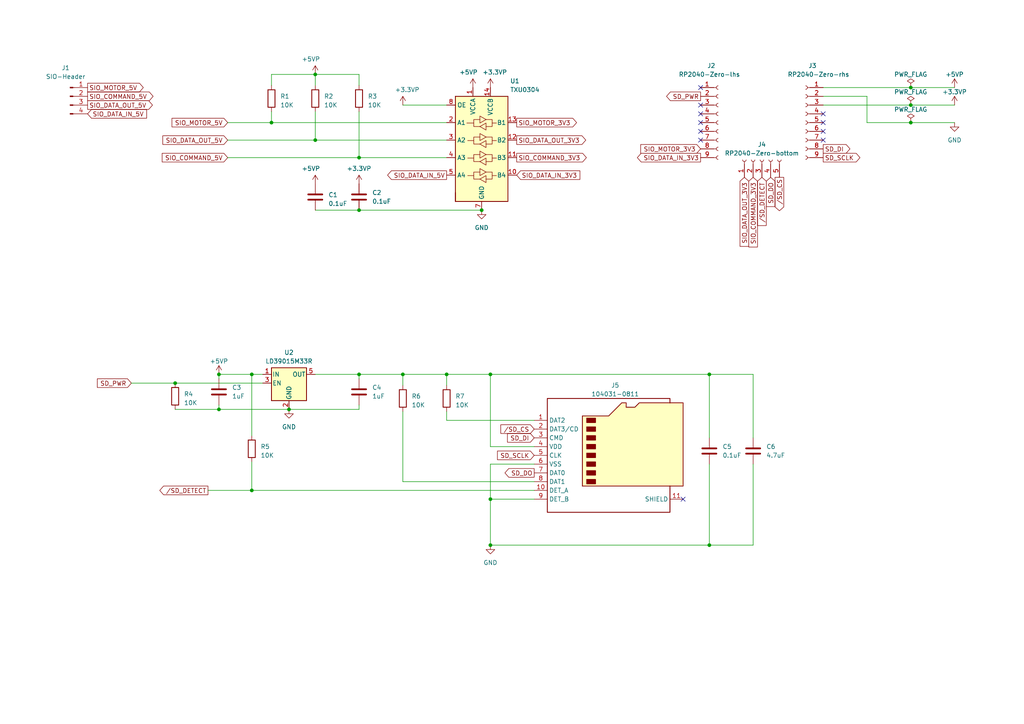
<source format=kicad_sch>
(kicad_sch (version 20230121) (generator eeschema)
  (paper "A4")
  (title_block (title "Atari SBC SD") (date "2023-10-16") (rev "1.2"))
  (lib_symbols
    (symbol "Connector:Conn_01x04_Pin" (pin_names (offset 1.016) hide)
      (property "Reference" "J" (at 0 5.08 0))
      (property "Value" "Conn_01x04_Pin" (at 0 -7.62 0))
      (symbol "Conn_01x04_Pin_1_1"
        (polyline (pts (xy 1.27 -5.08) (xy 0.8636 -5.08)) (stroke (width 0.1524)))
        (polyline (pts (xy 1.27 -2.54) (xy 0.8636 -2.54)) (stroke (width 0.1524)))
        (polyline (pts (xy 1.27 0) (xy 0.8636 0)) (stroke (width 0.1524)))
        (polyline (pts (xy 1.27 2.54) (xy 0.8636 2.54)) (stroke (width 0.1524)))
        (rectangle (start 0.8636 -4.953) (end 0 -5.207) (stroke (width 0.1524)) (fill (type outline)))
        (rectangle (start 0.8636 -2.413) (end 0 -2.667) (stroke (width 0.1524)) (fill (type outline)))
        (rectangle (start 0.8636 0.127) (end 0 -0.127) (stroke (width 0.1524)) (fill (type outline)))
        (rectangle (start 0.8636 2.667) (end 0 2.413) (stroke (width 0.1524)) (fill (type outline)))
        (pin passive line (at 5.08 2.54 180) (length 3.81) (name "Pin_1") (number "1"))
        (pin passive line (at 5.08 0 180) (length 3.81) (name "Pin_2") (number "2"))
        (pin passive line (at 5.08 -2.54 180) (length 3.81) (name "Pin_3") (number "3"))
        (pin passive line (at 5.08 -5.08 180) (length 3.81) (name "Pin_4") (number "4"))
      )
    )
    (symbol "Connector:Conn_01x05_Socket" (pin_names (offset 1.016) hide)
      (property "Reference" "J" (at 0 7.62 0))
      (property "Value" "Conn_01x05_Socket" (at 0 -7.62 0))
      (symbol "Conn_01x05_Socket_1_1"
        (arc (start 0 -4.572) (mid -0.5058 -5.08) (end 0 -5.588) (stroke (width 0.1524)))
        (arc (start 0 -2.032) (mid -0.5058 -2.54) (end 0 -3.048) (stroke (width 0.1524)))
        (polyline (pts (xy -1.27 -5.08) (xy -0.508 -5.08)) (stroke (width 0.1524)))
        (polyline (pts (xy -1.27 -2.54) (xy -0.508 -2.54)) (stroke (width 0.1524)))
        (polyline (pts (xy -1.27 0) (xy -0.508 0)) (stroke (width 0.1524)))
        (polyline (pts (xy -1.27 2.54) (xy -0.508 2.54)) (stroke (width 0.1524)))
        (polyline (pts (xy -1.27 5.08) (xy -0.508 5.08)) (stroke (width 0.1524)))
        (arc (start 0 0.508) (mid -0.5058 0) (end 0 -0.508) (stroke (width 0.1524)))
        (arc (start 0 3.048) (mid -0.5058 2.54) (end 0 2.032) (stroke (width 0.1524)))
        (arc (start 0 5.588) (mid -0.5058 5.08) (end 0 4.572) (stroke (width 0.1524)))
        (pin passive line (at -5.08 5.08 0) (length 3.81) (name "Pin_1") (number "1"))
        (pin passive line (at -5.08 2.54 0) (length 3.81) (name "Pin_2") (number "2"))
        (pin passive line (at -5.08 0 0) (length 3.81) (name "Pin_3") (number "3"))
        (pin passive line (at -5.08 -2.54 0) (length 3.81) (name "Pin_4") (number "4"))
        (pin passive line (at -5.08 -5.08 0) (length 3.81) (name "Pin_5") (number "5"))
      )
    )
    (symbol "Connector:Conn_01x09_Socket" (pin_names (offset 1.016) hide)
      (property "Reference" "J" (at 0 12.7 0))
      (property "Value" "Conn_01x09_Socket" (at 0 -12.7 0))
      (symbol "Conn_01x09_Socket_1_1"
        (arc (start 0 -9.652) (mid -0.5058 -10.16) (end 0 -10.668) (stroke (width 0.1524)))
        (arc (start 0 -7.112) (mid -0.5058 -7.62) (end 0 -8.128) (stroke (width 0.1524)))
        (arc (start 0 -4.572) (mid -0.5058 -5.08) (end 0 -5.588) (stroke (width 0.1524)))
        (arc (start 0 -2.032) (mid -0.5058 -2.54) (end 0 -3.048) (stroke (width 0.1524)))
        (polyline (pts (xy -1.27 -10.16) (xy -0.508 -10.16)) (stroke (width 0.1524)))
        (polyline (pts (xy -1.27 -7.62) (xy -0.508 -7.62)) (stroke (width 0.1524)))
        (polyline (pts (xy -1.27 -5.08) (xy -0.508 -5.08)) (stroke (width 0.1524)))
        (polyline (pts (xy -1.27 -2.54) (xy -0.508 -2.54)) (stroke (width 0.1524)))
        (polyline (pts (xy -1.27 0) (xy -0.508 0)) (stroke (width 0.1524)))
        (polyline (pts (xy -1.27 2.54) (xy -0.508 2.54)) (stroke (width 0.1524)))
        (polyline (pts (xy -1.27 5.08) (xy -0.508 5.08)) (stroke (width 0.1524)))
        (polyline (pts (xy -1.27 7.62) (xy -0.508 7.62)) (stroke (width 0.1524)))
        (polyline (pts (xy -1.27 10.16) (xy -0.508 10.16)) (stroke (width 0.1524)))
        (arc (start 0 0.508) (mid -0.5058 0) (end 0 -0.508) (stroke (width 0.1524)))
        (arc (start 0 3.048) (mid -0.5058 2.54) (end 0 2.032) (stroke (width 0.1524)))
        (arc (start 0 5.588) (mid -0.5058 5.08) (end 0 4.572) (stroke (width 0.1524)))
        (arc (start 0 8.128) (mid -0.5058 7.62) (end 0 7.112) (stroke (width 0.1524)))
        (arc (start 0 10.668) (mid -0.5058 10.16) (end 0 9.652) (stroke (width 0.1524)))
        (pin passive line (at -5.08 10.16 0) (length 3.81) (name "Pin_1") (number "1"))
        (pin passive line (at -5.08 7.62 0) (length 3.81) (name "Pin_2") (number "2"))
        (pin passive line (at -5.08 5.08 0) (length 3.81) (name "Pin_3") (number "3"))
        (pin passive line (at -5.08 2.54 0) (length 3.81) (name "Pin_4") (number "4"))
        (pin passive line (at -5.08 0 0) (length 3.81) (name "Pin_5") (number "5"))
        (pin passive line (at -5.08 -2.54 0) (length 3.81) (name "Pin_6") (number "6"))
        (pin passive line (at -5.08 -5.08 0) (length 3.81) (name "Pin_7") (number "7"))
        (pin passive line (at -5.08 -7.62 0) (length 3.81) (name "Pin_8") (number "8"))
        (pin passive line (at -5.08 -10.16 0) (length 3.81) (name "Pin_9") (number "9"))
      )
    )
    (symbol "Connector:Micro_SD_Card_Det2"
      (property "Reference" "J" (at -16.51 17.78 0))
      (property "Value" "Micro_SD_Card_Det2" (at 16.51 17.78 0))
      (symbol "Micro_SD_Card_Det2_0_1"
        (rectangle (start -7.62 -6.985) (end -5.08 -8.255) (stroke (width 0.254)) (fill (type outline)))
        (rectangle (start -7.62 -4.445) (end -5.08 -5.715) (stroke (width 0.254)) (fill (type outline)))
        (rectangle (start -7.62 -1.905) (end -5.08 -3.175) (stroke (width 0.254)) (fill (type outline)))
        (rectangle (start -7.62 0.635) (end -5.08 -0.635) (stroke (width 0.254)) (fill (type outline)))
        (rectangle (start -7.62 3.175) (end -5.08 1.905) (stroke (width 0.254)) (fill (type outline)))
        (rectangle (start -7.62 5.715) (end -5.08 4.445) (stroke (width 0.254)) (fill (type outline)))
        (rectangle (start -7.62 8.255) (end -5.08 6.985) (stroke (width 0.254)) (fill (type outline)))
        (rectangle (start -7.62 10.795) (end -5.08 9.525) (stroke (width 0.254)) (fill (type outline)))
        (polyline (pts (xy 16.51 15.24) (xy 16.51 16.51) (xy -19.05 16.51) (xy -19.05 -16.51) (xy 16.51 -16.51) (xy 16.51 -8.89)) (stroke (width 0.254)))
        (polyline (pts (xy -8.89 -8.89) (xy -8.89 11.43) (xy -1.27 11.43) (xy 2.54 15.24) (xy 3.81 15.24) (xy 3.81 13.97) (xy 6.35 13.97) (xy 7.62 15.24) (xy 20.32 15.24) (xy 20.32 -8.89) (xy -8.89 -8.89)) (stroke (width 0.254)) (fill (type background)))
      )
      (symbol "Micro_SD_Card_Det2_1_1"
        (pin bidirectional line (at -22.86 10.16 0) (length 3.81) (name "DAT2") (number "1"))
        (pin passive line (at -22.86 -10.16 0) (length 3.81) (name "DET_A") (number "10"))
        (pin passive line (at 20.32 -12.7 180) (length 3.81) (name "SHIELD") (number "11"))
        (pin bidirectional line (at -22.86 7.62 0) (length 3.81) (name "DAT3/CD") (number "2"))
        (pin input line (at -22.86 5.08 0) (length 3.81) (name "CMD") (number "3"))
        (pin power_in line (at -22.86 2.54 0) (length 3.81) (name "VDD") (number "4"))
        (pin input line (at -22.86 0 0) (length 3.81) (name "CLK") (number "5"))
        (pin power_in line (at -22.86 -2.54 0) (length 3.81) (name "VSS") (number "6"))
        (pin bidirectional line (at -22.86 -5.08 0) (length 3.81) (name "DAT0") (number "7"))
        (pin bidirectional line (at -22.86 -7.62 0) (length 3.81) (name "DAT1") (number "8"))
        (pin passive line (at -22.86 -12.7 0) (length 3.81) (name "DET_B") (number "9"))
      )
    )
    (symbol "Device:C" (pin_numbers hide) (pin_names (offset 0.254))
      (property "Reference" "C" (at 0.635 2.54 0))
      (property "Value" "C" (at 0.635 -2.54 0))
      (symbol "C_0_1"
        (polyline (pts (xy -2.032 -0.762) (xy 2.032 -0.762)) (stroke (width 0.508)))
        (polyline (pts (xy -2.032 0.762) (xy 2.032 0.762)) (stroke (width 0.508)))
      )
      (symbol "C_1_1"
        (pin passive line (at 0 3.81 270) (length 2.794) (name "~") (number "1"))
        (pin passive line (at 0 -3.81 90) (length 2.794) (name "~") (number "2"))
      )
    )
    (symbol "Device:R" (pin_numbers hide) (pin_names (offset 0))
      (property "Reference" "R" (at 2.032 0 90))
      (property "Value" "R" (at 0 0 90))
      (symbol "R_0_1"
        (rectangle (start -1.016 -2.54) (end 1.016 2.54) (stroke (width 0.254)))
      )
      (symbol "R_1_1"
        (pin passive line (at 0 3.81 270) (length 1.27) (name "~") (number "1"))
        (pin passive line (at 0 -3.81 90) (length 1.27) (name "~") (number "2"))
      )
    )
    (symbol "Logic_LevelTranslator:TXB0104D"
      (property "Reference" "U" (at -6.35 16.51 0))
      (property "Value" "TXB0104D" (at 3.81 16.51 0))
      (symbol "TXB0104D_0_1"
        (rectangle (start -7.62 -15.24) (end -7.62 -12.7) (stroke (width 0.254)))
        (rectangle (start -7.62 15.24) (end 7.62 -15.24) (stroke (width 0.254)) (fill (type background)))
        (polyline (pts (xy -2.286 -7.747) (xy -2.286 -6.731) (xy -0.508 -6.731)))
        (polyline (pts (xy -2.286 -2.667) (xy -2.286 -1.651) (xy -0.508 -1.651)))
        (polyline (pts (xy -2.286 2.413) (xy -2.286 3.429) (xy -0.508 3.429)))
        (polyline (pts (xy -2.286 7.493) (xy -2.286 8.509) (xy -0.508 8.509)))
        (polyline (pts (xy 3.048 -7.747) (xy 3.048 -8.763) (xy 1.27 -8.763)))
        (polyline (pts (xy 3.048 -2.667) (xy 3.048 -3.683) (xy 1.27 -3.683)))
        (polyline (pts (xy 3.048 2.413) (xy 3.048 1.397) (xy 1.27 1.397)))
        (polyline (pts (xy 3.048 7.493) (xy 3.048 6.477) (xy 1.27 6.477)))
        (polyline (pts (xy -0.508 -8.763) (xy -2.286 -8.763) (xy -2.286 -7.747) (xy -4.064 -7.747)))
        (polyline (pts (xy -0.508 -8.763) (xy 1.27 -7.747) (xy 1.27 -9.779) (xy -0.508 -8.763)))
        (polyline (pts (xy -0.508 -3.683) (xy -2.286 -3.683) (xy -2.286 -2.667) (xy -4.064 -2.667)))
        (polyline (pts (xy -0.508 -3.683) (xy 1.27 -2.667) (xy 1.27 -4.699) (xy -0.508 -3.683)))
        (polyline (pts (xy -0.508 1.397) (xy -2.286 1.397) (xy -2.286 2.413) (xy -4.064 2.413)))
        (polyline (pts (xy -0.508 1.397) (xy 1.27 2.413) (xy 1.27 0.381) (xy -0.508 1.397)))
        (polyline (pts (xy -0.508 6.477) (xy -2.286 6.477) (xy -2.286 7.493) (xy -4.318 7.493)))
        (polyline (pts (xy -0.508 6.477) (xy 1.27 7.493) (xy 1.27 5.461) (xy -0.508 6.477)))
        (polyline (pts (xy 1.27 -6.731) (xy -0.508 -7.747) (xy -0.508 -5.715) (xy 1.27 -6.731)))
        (polyline (pts (xy 1.27 -6.731) (xy 3.048 -6.731) (xy 3.048 -7.747) (xy 4.318 -7.747)))
        (polyline (pts (xy 1.27 -1.651) (xy -0.508 -2.667) (xy -0.508 -0.635) (xy 1.27 -1.651)))
        (polyline (pts (xy 1.27 -1.651) (xy 3.048 -1.651) (xy 3.048 -2.667) (xy 4.318 -2.667)))
        (polyline (pts (xy 1.27 3.429) (xy -0.508 2.413) (xy -0.508 4.445) (xy 1.27 3.429)))
        (polyline (pts (xy 1.27 3.429) (xy 3.048 3.429) (xy 3.048 2.413) (xy 4.318 2.413)))
        (polyline (pts (xy 1.27 8.509) (xy -0.508 7.493) (xy -0.508 9.525) (xy 1.27 8.509)))
        (polyline (pts (xy 1.27 8.509) (xy 3.048 8.509) (xy 3.048 7.493) (xy 4.318 7.493)))
      )
      (symbol "TXB0104D_1_1"
        (pin power_in line (at -2.54 17.78 270) (length 2.54) (name "VCCA") (number "1"))
        (pin bidirectional line (at 10.16 -7.62 180) (length 2.54) (name "B4") (number "10"))
        (pin bidirectional line (at 10.16 -2.54 180) (length 2.54) (name "B3") (number "11"))
        (pin bidirectional line (at 10.16 2.54 180) (length 2.54) (name "B2") (number "12"))
        (pin bidirectional line (at 10.16 7.62 180) (length 2.54) (name "B1") (number "13"))
        (pin power_in line (at 2.54 17.78 270) (length 2.54) (name "VCCB") (number "14"))
        (pin bidirectional line (at -10.16 7.62 0) (length 2.54) (name "A1") (number "2"))
        (pin bidirectional line (at -10.16 2.54 0) (length 2.54) (name "A2") (number "3"))
        (pin bidirectional line (at -10.16 -2.54 0) (length 2.54) (name "A3") (number "4"))
        (pin bidirectional line (at -10.16 -7.62 0) (length 2.54) (name "A4") (number "5"))
        (pin no_connect line (at -7.62 -12.7 0) (length 2.54) hide (name "NC") (number "6"))
        (pin power_in line (at 0 -17.78 90) (length 2.54) (name "GND") (number "7"))
        (pin input line (at -10.16 12.7 0) (length 2.54) (name "OE") (number "8"))
        (pin no_connect line (at 7.62 -12.7 180) (length 2.54) hide (name "NC") (number "9"))
      )
    )
    (symbol "Regulator_Linear:LD39015M33R" (pin_names (offset 0.254))
      (property "Reference" "U" (at -3.81 5.715 0))
      (property "Value" "LD39015M33R" (at 0 5.715 0))
      (symbol "LD39015M33R_0_1"
        (rectangle (start -5.08 4.445) (end 5.08 -5.08) (stroke (width 0.254)) (fill (type background)))
      )
      (symbol "LD39015M33R_1_1"
        (pin power_in line (at -7.62 2.54 0) (length 2.54) (name "IN") (number "1"))
        (pin power_in line (at 0 -7.62 90) (length 2.54) (name "GND") (number "2"))
        (pin input line (at -7.62 0 0) (length 2.54) (name "EN") (number "3"))
        (pin no_connect line (at 5.08 0 180) (length 2.54) hide (name "NC") (number "4"))
        (pin power_out line (at 7.62 2.54 180) (length 2.54) (name "OUT") (number "5"))
      )
    )
    (symbol "power:+3.3VP" (power) (pin_names (offset 0))
      (property "Value" "+3.3VP" (at 0 2.54 0))
      (symbol "+3.3VP_0_0"
        (pin power_in line (at 0 0 90) (length 0) hide (name "+3.3VP") (number "1"))
      )
      (symbol "+3.3VP_0_1"
        (polyline (pts (xy -0.762 1.27) (xy 0 2.54)))
        (polyline (pts (xy 0 0) (xy 0 2.54)))
        (polyline (pts (xy 0 2.54) (xy 0.762 1.27)))
      )
    )
    (symbol "power:+5VP" (power) (pin_names (offset 0))
      (property "Value" "+5VP" (at 0 3.556 0))
      (symbol "+5VP_0_1"
        (polyline (pts (xy -0.762 1.27) (xy 0 2.54)))
        (polyline (pts (xy 0 0) (xy 0 2.54)))
        (polyline (pts (xy 0 2.54) (xy 0.762 1.27)))
      )
      (symbol "+5VP_1_1"
        (pin power_in line (at 0 0 90) (length 0) hide (name "+5VP") (number "1"))
      )
    )
    (symbol "power:GND" (power) (pin_names (offset 0))
      (property "Value" "GND" (at 0 -3.81 0))
      (symbol "GND_0_1"
        (polyline (pts (xy 0 0) (xy 0 -1.27) (xy 1.27 -1.27) (xy 0 -2.54) (xy -1.27 -1.27) (xy 0 -1.27)))
      )
      (symbol "GND_1_1"
        (pin power_in line (at 0 0 270) (length 0) hide (name "GND") (number "1"))
      )
    )
    (symbol "power:PWR_FLAG" (power) (pin_numbers hide) (pin_names (offset 0) hide)
      (property "Value" "PWR_FLAG" (at 0 3.81 0))
      (symbol "PWR_FLAG_0_0"
        (pin power_out line (at 0 0 90) (length 0) (name "pwr") (number "1"))
      )
      (symbol "PWR_FLAG_0_1"
        (polyline (pts (xy 0 0) (xy 0 1.27) (xy -1.016 1.905) (xy 0 2.54) (xy 1.016 1.905) (xy 0 1.27)))
      )
    )
  )
  (junction (at 142.24 158.115))
  (junction (at 104.14 60.96))
  (junction (at 63.5 108.585))
  (junction (at 50.8 111.125))
  (junction (at 139.7 60.96))
  (junction (at 264.16 35.56))
  (junction (at 205.74 158.115))
  (junction (at 104.14 45.72))
  (junction (at 91.44 40.64))
  (junction (at 91.44 21.59))
  (junction (at 264.16 30.48))
  (junction (at 104.14 108.585))
  (junction (at 142.24 144.78))
  (junction (at 264.16 25.4))
  (junction (at 205.74 108.585))
  (junction (at 116.84 108.585))
  (junction (at 78.74 35.56))
  (junction (at 73.025 108.585))
  (junction (at 142.24 108.585))
  (junction (at 83.82 118.745))
  (junction (at 129.54 108.585))
  (junction (at 63.5 118.745))
  (junction (at 73.025 142.24))
  (no_connect (at 203.2 35.56))
  (no_connect (at 198.12 144.78))
  (no_connect (at 203.2 30.48))
  (no_connect (at 203.2 40.64))
  (no_connect (at 238.76 33.02))
  (no_connect (at 203.2 25.4))
  (no_connect (at 238.76 40.64))
  (no_connect (at 238.76 35.56))
  (no_connect (at 238.76 38.1))
  (no_connect (at 203.2 33.02))
  (no_connect (at 203.2 38.1))
  (wire (pts (xy 91.44 40.64) (xy 129.54 40.64)))
  (wire (pts (xy 91.44 21.59) (xy 104.14 21.59)))
  (wire (pts (xy 63.5 118.745) (xy 83.82 118.745)))
  (wire (pts (xy 142.24 144.78) (xy 142.24 158.115)))
  (wire (pts (xy 251.46 35.56) (xy 264.16 35.56)))
  (wire (pts (xy 129.54 108.585) (xy 129.54 111.76)))
  (wire (pts (xy 73.025 142.24) (xy 154.94 142.24)))
  (wire (pts (xy 73.025 108.585) (xy 76.2 108.585)))
  (wire (pts (xy 91.44 60.96) (xy 104.14 60.96)))
  (wire (pts (xy 116.84 108.585) (xy 116.84 111.76)))
  (wire (pts (xy 205.74 108.585) (xy 205.74 127)))
  (wire (pts (xy 142.24 134.62) (xy 142.24 144.78)))
  (wire (pts (xy 63.5 108.585) (xy 73.025 108.585)))
  (wire (pts (xy 264.16 25.4) (xy 276.86 25.4)))
  (wire (pts (xy 104.14 108.585) (xy 116.84 108.585)))
  (wire (pts (xy 104.14 108.585) (xy 104.14 109.855)))
  (wire (pts (xy 66.04 40.64) (xy 91.44 40.64)))
  (wire (pts (xy 116.84 119.38) (xy 116.84 139.7)))
  (wire (pts (xy 78.74 21.59) (xy 91.44 21.59)))
  (wire (pts (xy 116.84 108.585) (xy 129.54 108.585)))
  (wire (pts (xy 50.8 111.125) (xy 76.2 111.125)))
  (wire (pts (xy 154.94 129.54) (xy 142.24 129.54)))
  (wire (pts (xy 91.44 108.585) (xy 104.14 108.585)))
  (wire (pts (xy 264.16 35.56) (xy 276.86 35.56)))
  (wire (pts (xy 78.74 35.56) (xy 129.54 35.56)))
  (wire (pts (xy 63.5 108.585) (xy 63.5 109.855)))
  (wire (pts (xy 73.025 133.985) (xy 73.025 142.24)))
  (wire (pts (xy 78.74 21.59) (xy 78.74 24.765)))
  (wire (pts (xy 38.1 111.125) (xy 50.8 111.125)))
  (wire (pts (xy 142.24 134.62) (xy 154.94 134.62)))
  (wire (pts (xy 104.14 118.745) (xy 83.82 118.745)))
  (wire (pts (xy 238.76 30.48) (xy 264.16 30.48)))
  (wire (pts (xy 142.24 144.78) (xy 154.94 144.78)))
  (wire (pts (xy 142.24 158.115) (xy 205.74 158.115)))
  (wire (pts (xy 238.76 25.4) (xy 264.16 25.4)))
  (wire (pts (xy 91.44 21.59) (xy 91.44 24.765)))
  (wire (pts (xy 66.04 45.72) (xy 104.14 45.72)))
  (wire (pts (xy 104.14 60.96) (xy 139.7 60.96)))
  (wire (pts (xy 142.24 108.585) (xy 205.74 108.585)))
  (wire (pts (xy 60.325 142.24) (xy 73.025 142.24)))
  (wire (pts (xy 104.14 32.385) (xy 104.14 45.72)))
  (wire (pts (xy 66.04 35.56) (xy 78.74 35.56)))
  (wire (pts (xy 116.84 30.48) (xy 129.54 30.48)))
  (wire (pts (xy 264.16 30.48) (xy 276.86 30.48)))
  (wire (pts (xy 251.46 27.94) (xy 251.46 35.56)))
  (wire (pts (xy 129.54 119.38) (xy 129.54 121.92)))
  (wire (pts (xy 104.14 117.475) (xy 104.14 118.745)))
  (wire (pts (xy 129.54 121.92) (xy 154.94 121.92)))
  (wire (pts (xy 129.54 108.585) (xy 142.24 108.585)))
  (wire (pts (xy 73.025 108.585) (xy 73.025 126.365)))
  (wire (pts (xy 78.74 32.385) (xy 78.74 35.56)))
  (wire (pts (xy 205.74 134.62) (xy 205.74 158.115)))
  (wire (pts (xy 218.44 158.115) (xy 218.44 134.62)))
  (wire (pts (xy 238.76 27.94) (xy 251.46 27.94)))
  (wire (pts (xy 50.8 118.745) (xy 63.5 118.745)))
  (wire (pts (xy 104.14 45.72) (xy 129.54 45.72)))
  (wire (pts (xy 104.14 21.59) (xy 104.14 24.765)))
  (wire (pts (xy 91.44 32.385) (xy 91.44 40.64)))
  (wire (pts (xy 116.84 139.7) (xy 154.94 139.7)))
  (wire (pts (xy 205.74 158.115) (xy 218.44 158.115)))
  (wire (pts (xy 205.74 108.585) (xy 218.44 108.585)))
  (wire (pts (xy 218.44 108.585) (xy 218.44 127)))
  (wire (pts (xy 142.24 108.585) (xy 142.24 129.54)))
  (wire (pts (xy 63.5 117.475) (xy 63.5 118.745)))
  (global_label "{slash}SD_DETECT" (shape input) (at 220.98 51.435 270) (property "Intersheetrefs" "${INTERSHEET_REFS}" (effects hide)))
  (global_label "SIO_DATA_IN_3V3" (shape output) (at 203.2 45.72 180) (property "Intersheetrefs" "${INTERSHEET_REFS}" (effects hide)))
  (global_label "SIO_COMMAND_5V" (shape input) (at 66.04 45.72 180) (property "Intersheetrefs" "${INTERSHEET_REFS}" (effects hide)))
  (global_label "SIO_MOTOR_5V" (shape input) (at 66.04 35.56 180) (property "Intersheetrefs" "${INTERSHEET_REFS}" (effects hide)))
  (global_label "SIO_MOTOR_3V3" (shape output) (at 149.86 35.56 0) (property "Intersheetrefs" "${INTERSHEET_REFS}" (effects hide)))
  (global_label "SIO_DATA_OUT_3V3" (shape input) (at 215.9 51.435 270) (property "Intersheetrefs" "${INTERSHEET_REFS}" (effects hide)))
  (global_label "SIO_DATA_IN_5V" (shape output) (at 129.54 50.8 180) (property "Intersheetrefs" "${INTERSHEET_REFS}" (effects hide)))
  (global_label "SIO_COMMAND_5V" (shape output) (at 25.4 27.94 0) (property "Intersheetrefs" "${INTERSHEET_REFS}" (effects hide)))
  (global_label "SD_SCLK" (shape input) (at 154.94 132.08 180) (property "Intersheetrefs" "${INTERSHEET_REFS}" (effects hide)))
  (global_label "SD_PWR" (shape input) (at 38.1 111.125 180) (property "Intersheetrefs" "${INTERSHEET_REFS}" (effects hide)))
  (global_label "SD_DO" (shape input) (at 223.52 51.435 270) (property "Intersheetrefs" "${INTERSHEET_REFS}" (effects hide)))
  (global_label "SD_DI" (shape input) (at 154.94 127 180) (property "Intersheetrefs" "${INTERSHEET_REFS}" (effects hide)))
  (global_label "SD_DI" (shape output) (at 238.76 43.18 0) (property "Intersheetrefs" "${INTERSHEET_REFS}" (effects hide)))
  (global_label "SIO_MOTOR_5V" (shape output) (at 25.4 25.4 0) (property "Intersheetrefs" "${INTERSHEET_REFS}" (effects hide)))
  (global_label "SIO_DATA_IN_3V3" (shape input) (at 149.86 50.8 0) (property "Intersheetrefs" "${INTERSHEET_REFS}" (effects hide)))
  (global_label "{slash}SD_CS" (shape output) (at 226.06 51.435 270) (property "Intersheetrefs" "${INTERSHEET_REFS}" (effects hide)))
  (global_label "{slash}SD_DETECT" (shape output) (at 60.325 142.24 180) (property "Intersheetrefs" "${INTERSHEET_REFS}" (effects hide)))
  (global_label "SIO_COMMAND_3V3" (shape output) (at 149.86 45.72 0) (property "Intersheetrefs" "${INTERSHEET_REFS}" (effects hide)))
  (global_label "SD_SCLK" (shape output) (at 238.76 45.72 0) (property "Intersheetrefs" "${INTERSHEET_REFS}" (effects hide)))
  (global_label "SIO_DATA_OUT_5V" (shape input) (at 66.04 40.64 180) (property "Intersheetrefs" "${INTERSHEET_REFS}" (effects hide)))
  (global_label "SIO_DATA_OUT_3V3" (shape output) (at 149.86 40.64 0) (property "Intersheetrefs" "${INTERSHEET_REFS}" (effects hide)))
  (global_label "SIO_DATA_IN_5V" (shape input) (at 25.4 33.02 0) (property "Intersheetrefs" "${INTERSHEET_REFS}" (effects hide)))
  (global_label "SIO_DATA_OUT_5V" (shape output) (at 25.4 30.48 0) (property "Intersheetrefs" "${INTERSHEET_REFS}" (effects hide)))
  (global_label "{slash}SD_CS" (shape input) (at 154.94 124.46 180) (property "Intersheetrefs" "${INTERSHEET_REFS}" (effects hide)))
  (global_label "SIO_MOTOR_3V3" (shape input) (at 203.2 43.18 180) (property "Intersheetrefs" "${INTERSHEET_REFS}" (effects hide)))
  (global_label "SD_DO" (shape output) (at 154.94 137.16 180) (property "Intersheetrefs" "${INTERSHEET_REFS}" (effects hide)))
  (global_label "SIO_COMMAND_3V3" (shape input) (at 218.44 51.435 270) (property "Intersheetrefs" "${INTERSHEET_REFS}" (effects hide)))
  (global_label "SD_PWR" (shape output) (at 203.2 27.94 180) (property "Intersheetrefs" "${INTERSHEET_REFS}" (effects hide)))
  (symbol (lib_id "Device:C") (at 63.5 113.665 0) (unit 1)
    (property "Reference" "C3" (at 67.31 112.3949 0) (effects (justify left)))
    (property "Value" "1uF" (at 67.31 114.9349 0) (effects (justify left)))
    (property "Footprint" "Capacitor_SMD:C_0805_2012Metric_Pad1.18x1.45mm_HandSolder" (effects hide))
  )
  (symbol (lib_id "power:+5VP") (at 137.16 25.4 0) (unit 1)
    (property "Reference" "#PWR03" (effects hide))
    (property "Value" "+5VP" (at 135.89 20.955 0))
  )
  (symbol (lib_id "power:+5VP") (at 276.86 25.4 0) (unit 1)
    (property "Reference" "#PWR012" (effects hide))
    (property "Value" "+5VP" (at 276.86 21.59 0))
  )
  (symbol (lib_id "Device:R") (at 78.74 28.575 0) (unit 1)
    (property "Reference" "R1" (at 81.28 27.94 0) (effects (justify left)))
    (property "Value" "10K" (at 81.28 30.48 0) (effects (justify left)))
    (property "Footprint" "Resistor_SMD:R_0805_2012Metric_Pad1.20x1.40mm_HandSolder" (effects hide))
  )
  (symbol (lib_id "power:+3.3VP") (at 142.24 25.4 0) (unit 1)
    (property "Reference" "#PWR011" (effects hide))
    (property "Value" "+3.3VP" (at 143.51 20.955 0))
  )
  (symbol (lib_id "Connector:Conn_01x05_Socket") (at 220.98 46.355 90) (unit 1)
    (property "Reference" "J4" (at 220.98 41.91 90))
    (property "Value" "RP2040-Zero-bottom" (at 220.98 44.45 90))
    (property "Footprint" "Connector_PinHeader_2.54mm:PinHeader_1x05_P2.54mm_Vertical" (effects hide))
  )
  (symbol (lib_id "Device:R") (at 116.84 115.57 0) (unit 1)
    (property "Reference" "R6" (at 119.38 114.935 0) (effects (justify left)))
    (property "Value" "10K" (at 119.38 117.475 0) (effects (justify left)))
    (property "Footprint" "Resistor_SMD:R_0805_2012Metric_Pad1.20x1.40mm_HandSolder" (effects hide))
  )
  (symbol (lib_id "Device:R") (at 129.54 115.57 0) (unit 1)
    (property "Reference" "R7" (at 132.08 114.935 0) (effects (justify left)))
    (property "Value" "10K" (at 132.08 117.475 0) (effects (justify left)))
    (property "Footprint" "Resistor_SMD:R_0805_2012Metric_Pad1.20x1.40mm_HandSolder" (effects hide))
  )
  (symbol (lib_id "Connector:Conn_01x04_Pin") (at 20.32 27.94 0) (unit 1)
    (property "Reference" "J1" (at 19.05 19.685 0))
    (property "Value" "SIO-Header" (at 19.05 22.225 0))
    (property "Footprint" "Connector_PinHeader_2.54mm:PinHeader_1x04_P2.54mm_Vertical" (effects hide))
  )
  (symbol (lib_id "Device:C") (at 104.14 57.15 0) (unit 1)
    (property "Reference" "C2" (at 107.95 55.8799 0) (effects (justify left)))
    (property "Value" "0.1uF" (at 107.95 58.4199 0) (effects (justify left)))
    (property "Footprint" "Capacitor_SMD:C_0805_2012Metric_Pad1.18x1.45mm_HandSolder" (effects hide))
  )
  (symbol (lib_id "Device:R") (at 91.44 28.575 0) (unit 1)
    (property "Reference" "R2" (at 93.98 27.94 0) (effects (justify left)))
    (property "Value" "10K" (at 93.98 30.48 0) (effects (justify left)))
    (property "Footprint" "Resistor_SMD:R_0805_2012Metric_Pad1.20x1.40mm_HandSolder" (effects hide))
  )
  (symbol (lib_id "Connector:Micro_SD_Card_Det2") (at 177.8 132.08 0) (unit 1)
    (property "Reference" "J5" (at 178.435 111.76 0))
    (property "Value" "104031-0811" (at 178.435 114.3 0))
    (property "Footprint" "Connector_Card:microSD_HC_Molex_104031-0811" (effects hide))
    (property "Datasheet" "https://www.hirose.com/en/product/document?clcode=&productname=&series=DM3&documenttype=Catalog&lang=en&documentid=D49662_en" (effects hide))
  )
  (symbol (lib_id "power:GND") (at 139.7 60.96 0) (unit 1)
    (property "Reference" "#PWR09" (effects hide))
    (property "Value" "GND" (at 139.7 66.04 0))
  )
  (symbol (lib_id "power:GND") (at 276.86 35.56 0) (unit 1)
    (property "Reference" "#PWR016" (effects hide))
    (property "Value" "GND" (at 276.86 40.64 0))
  )
  (symbol (lib_id "power:+5VP") (at 91.44 21.59 0) (unit 1)
    (property "Reference" "#PWR08" (effects hide))
    (property "Value" "+5VP" (at 90.17 17.145 0))
  )
  (symbol (lib_id "power:+3.3VP") (at 104.14 53.34 0) (unit 1)
    (property "Reference" "#PWR07" (effects hide))
    (property "Value" "+3.3VP" (at 104.14 48.895 0))
  )
  (symbol (lib_id "power:+5VP") (at 63.5 108.585 0) (unit 1)
    (property "Reference" "#PWR01" (effects hide))
    (property "Value" "+5VP" (at 63.5 104.775 0))
  )
  (symbol (lib_id "power:+5VP") (at 91.44 53.34 0) (unit 1)
    (property "Reference" "#PWR04" (effects hide))
    (property "Value" "+5VP" (at 90.17 48.895 0))
  )
  (symbol (lib_id "Device:C") (at 104.14 113.665 0) (unit 1)
    (property "Reference" "C4" (at 107.95 112.3949 0) (effects (justify left)))
    (property "Value" "1uF" (at 107.95 114.9349 0) (effects (justify left)))
    (property "Footprint" "Capacitor_SMD:C_0805_2012Metric_Pad1.18x1.45mm_HandSolder" (effects hide))
  )
  (symbol (lib_id "Connector:Conn_01x09_Socket") (at 233.68 35.56 0) (mirror y) (unit 1)
    (property "Reference" "J3" (at 236.855 19.05 0) (effects (justify left)))
    (property "Value" "RP2040-Zero-rhs" (at 246.38 21.59 0) (effects (justify left)))
    (property "Footprint" "Connector_PinHeader_2.54mm:PinHeader_1x09_P2.54mm_Vertical" (effects hide))
  )
  (symbol (lib_id "power:PWR_FLAG") (at 264.16 30.48 0) (unit 1)
    (property "Reference" "#FLG01" (effects hide))
    (property "Value" "PWR_FLAG" (at 264.16 26.67 0))
  )
  (symbol (lib_id "Logic_LevelTranslator:TXB0104D") (at 139.7 43.18 0) (unit 1)
    (property "Reference" "U1" (at 147.955 23.495 0) (effects (justify left)))
    (property "Value" "TXU0304" (at 147.955 26.035 0) (effects (justify left)))
    (property "Footprint" "Package_SO:TSSOP-14_4.4x5mm_P0.65mm" (effects hide))
    (property "Datasheet" "http://www.ti.com/lit/ds/symlink/txb0104.pdf" (effects hide))
  )
  (symbol (lib_id "Device:R") (at 104.14 28.575 0) (unit 1)
    (property "Reference" "R3" (at 106.68 27.94 0) (effects (justify left)))
    (property "Value" "10K" (at 106.68 30.48 0) (effects (justify left)))
    (property "Footprint" "Resistor_SMD:R_0805_2012Metric_Pad1.20x1.40mm_HandSolder" (effects hide))
  )
  (symbol (lib_id "Device:C") (at 91.44 57.15 0) (unit 1)
    (property "Reference" "C1" (at 95.25 56.515 0) (effects (justify left)))
    (property "Value" "0.1uF" (at 95.25 59.055 0) (effects (justify left)))
    (property "Footprint" "Capacitor_SMD:C_0805_2012Metric_Pad1.18x1.45mm_HandSolder" (effects hide))
  )
  (symbol (lib_id "Connector:Conn_01x09_Socket") (at 208.28 35.56 0) (unit 1)
    (property "Reference" "J2" (at 205.105 19.05 0) (effects (justify left)))
    (property "Value" "RP2040-Zero-lhs" (at 196.85 21.59 0) (effects (justify left)))
    (property "Footprint" "Connector_PinHeader_2.54mm:PinHeader_1x09_P2.54mm_Vertical" (effects hide))
  )
  (symbol (lib_id "Device:C") (at 205.74 130.81 0) (unit 1)
    (property "Reference" "C5" (at 209.55 129.5399 0) (effects (justify left)))
    (property "Value" "0.1uF" (at 209.55 132.0799 0) (effects (justify left)))
    (property "Footprint" "Capacitor_SMD:C_0805_2012Metric_Pad1.18x1.45mm_HandSolder" (effects hide))
  )
  (symbol (lib_id "power:GND") (at 83.82 118.745 0) (unit 1)
    (property "Reference" "#PWR02" (effects hide))
    (property "Value" "GND" (at 83.82 123.825 0))
  )
  (symbol (lib_id "power:GND") (at 142.24 158.115 0) (unit 1)
    (property "Reference" "#PWR06" (effects hide))
    (property "Value" "GND" (at 142.24 163.195 0))
  )
  (symbol (lib_id "Device:R") (at 50.8 114.935 0) (unit 1)
    (property "Reference" "R4" (at 53.34 114.3 0) (effects (justify left)))
    (property "Value" "10K" (at 53.34 116.84 0) (effects (justify left)))
    (property "Footprint" "Resistor_SMD:R_0805_2012Metric_Pad1.20x1.40mm_HandSolder" (effects hide))
  )
  (symbol (lib_id "Regulator_Linear:LD39015M33R") (at 83.82 111.125 0) (unit 1)
    (property "Reference" "U2" (at 83.82 102.235 0))
    (property "Value" "LD39015M33R" (at 83.82 104.775 0))
    (property "Footprint" "Package_TO_SOT_SMD:SOT-23-5" (effects hide))
    (property "Datasheet" "http://www.st.com/resource/en/datasheet/ld39015.pdf" (effects hide))
  )
  (symbol (lib_id "power:PWR_FLAG") (at 264.16 25.4 0) (unit 1)
    (property "Reference" "#FLG02" (effects hide))
    (property "Value" "PWR_FLAG" (at 264.16 21.59 0))
  )
  (symbol (lib_id "power:+3.3VP") (at 116.84 30.48 0) (unit 1)
    (property "Reference" "#PWR015" (effects hide))
    (property "Value" "+3.3VP" (at 118.11 26.035 0))
  )
  (symbol (lib_id "power:PWR_FLAG") (at 264.16 35.56 0) (unit 1)
    (property "Reference" "#FLG06" (effects hide))
    (property "Value" "PWR_FLAG" (at 264.16 31.75 0))
  )
  (symbol (lib_id "power:+3.3VP") (at 276.86 30.48 0) (unit 1)
    (property "Reference" "#PWR010" (effects hide))
    (property "Value" "+3.3VP" (at 276.86 26.67 0))
  )
  (symbol (lib_id "Device:C") (at 218.44 130.81 0) (unit 1)
    (property "Reference" "C6" (at 222.25 129.5399 0) (effects (justify left)))
    (property "Value" "4.7uF" (at 222.25 132.0799 0) (effects (justify left)))
    (property "Footprint" "Capacitor_SMD:C_0805_2012Metric_Pad1.18x1.45mm_HandSolder" (effects hide))
  )
  (symbol (lib_id "Device:R") (at 73.025 130.175 0) (unit 1)
    (property "Reference" "R5" (at 75.565 129.54 0) (effects (justify left)))
    (property "Value" "10K" (at 75.565 132.08 0) (effects (justify left)))
    (property "Footprint" "Resistor_SMD:R_0805_2012Metric_Pad1.20x1.40mm_HandSolder" (effects hide))
  )
)
</source>
